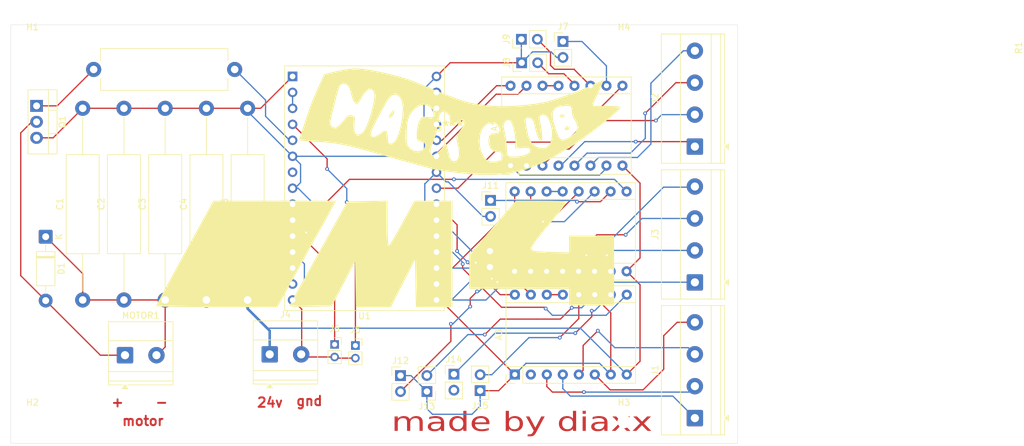
<source format=kicad_pcb>
(kicad_pcb (version 20241229) (generator "pcbnew") (generator_version "9.0")
  (layers (0 "F.Cu" signal) (2 "B.Cu" signal) (13 "F.Paste" user) (15 "B.Paste" user) (5 "F.SilkS" user "F.Silkscreen") (7 "B.SilkS" user "B.Silkscreen") (1 "F.Mask" user) (3 "B.Mask" user) (25 "Edge.Cuts" user))
  (net 0 "")
  (net 2 "Net-(A1-M0)")
  (net 3 "Net-(A1-A2)")
  (net 4 "+24V")
  (net 5 "Net-(A1-B1)")
  (net 6 "Net-(A1-M2)")
  (net 7 "GND")
  (net 8 "Net-(A1-~{RST})")
  (net 9 "Net-(A2-~{RST})")
  (net 10 "Net-(A1-B2)")
  (net 11 "Net-(A1-M1)")
  (net 12 "Net-(A1-A1)")
  (net 13 "Net-(A1-STEP)")
  (net 14 "Net-(A1-~{EN})")
  (net 15 "Net-(A1-DIR)")
  (net 16 "Net-(A2-B2)")
  (net 17 "Net-(A3-~{RST})")
  (net 18 "Net-(A2-B1)")
  (net 19 "Net-(A2-~{EN})")
  (net 20 "Net-(A2-M1)")
  (net 21 "Net-(A2-STEP)")
  (net 22 "Net-(A2-M2)")
  (net 23 "Net-(A2-A1)")
  (net 24 "Net-(A2-DIR)")
  (net 25 "Net-(A2-M0)")
  (net 26 "Net-(A2-A2)")
  (net 28 "Net-(A3-DIR)")
  (net 29 "Net-(A3-M2)")
  (net 30 "Net-(A3-A1)")
  (net 31 "Net-(A3-M1)")
  (net 32 "Net-(A3-B1)")
  (net 33 "Net-(A3-B2)")
  (net 34 "Net-(A3-STEP)")
  (net 35 "Net-(A3-A2)")
  (net 36 "Net-(A3-~{EN})")
  (net 37 "Net-(A3-M0)")
  (net 39 "Net-(D1-A)")
  (net 40 "Net-(Q1-G)")
  (net 41 "Net-(U1-IO3)")
  (net 42 "IO1")
  (net 43 "TX")
  (net 44 "RX")
  (net 45 "+5V")
  (net 46 "IO2")
  (net 47 "Net-(U1-3V3-Pad2)")
  (net 48 "IO0")
  (net 49 "RST")
  (footprint "Package_TO_SOT_THT:TO-220-3_Vertical" (layer "F.Cu") (at 159.4104 65.3542 -90)
    (property "Reference" "Q1")
    (property "Value" "IRLZ44N")
  )
  (footprint "TerminalBlock_Phoenix:TerminalBlock_Phoenix_MKDS-1,5-4-5.08_1x04_P5.08mm_Horizontal" (layer "F.Cu") (at 263.9822 115.0112 90)
    (property "Reference" "J1")
    (property "Value" "Screw_Terminal_01x04" (hide yes))
  )
  (footprint "Connector_PinHeader_2.54mm:PinHeader_1x02_P2.54mm_Vertical" (layer "F.Cu") (at 217.2208 108.2498)
    (property "Reference" "J12")
    (property "Value" "Conn_01x02_Pin")
  )
  (footprint "Connector_PinHeader_2.54mm:PinHeader_1x02_P2.54mm_Vertical" (layer "F.Cu") (at 221.4118 110.7744 180)
    (property "Reference" "J13")
    (property "Value" "Conn_01x02_Pin")
  )
  (footprint "MountingHole:MountingHole_2.1mm" (layer "F.Cu") (at 158.75 55.88)
    (property "Reference" "H1")
    (property "Value" "MountingHole")
  )
  (footprint "fori:dodo" (layer "F.Cu") (at 214.63 88.9)
    (property "Reference" "G***")
    (property "Value" "LOGO" (hide yes))
  )
  (footprint "Connector_PinHeader_2.54mm:PinHeader_1x02_P2.54mm_Vertical" (layer "F.Cu") (at 231.4194 90.9878 180)
    (property "Reference" "J10")
    (property "Value" "Conn_01x02_Pin")
  )
  (footprint "Connector_PinHeader_2.54mm:PinHeader_1x02_P2.54mm_Vertical" (layer "F.Cu") (at 236.4182 54.7624 90)
    (property "Reference" "J9")
    (property "Value" "Conn_01x02_Pin")
  )
  (footprint "TerminalBlock_Phoenix:TerminalBlock_Phoenix_MKDS-1,5-2_1x02_P5.00mm_Horizontal" (layer "F.Cu") (at 173.4566 105.0036)
    (property "Reference" "MOTOR1")
    (property "Value" "Screw_Terminal_01x02")
  )
  (footprint "Module:Pololu_Breakout-16_15.2x20.3mm" (layer "F.Cu") (at 235.3564 91.6686 90)
    (property "Reference" "A2")
    (property "Value" "Pololu_Breakout_DRV8825")
  )
  (footprint "Resistor_THT:R_Axial_DIN0516_L15.5mm_D5.0mm_P30.48mm_Horizontal" (layer "F.Cu") (at 173.2884 96.2202 90)
    (property "Reference" "C2")
    (property "Value" "100uF")
  )
  (footprint "MountingHole:MountingHole_2.1mm" (layer "F.Cu") (at 252.73 55.88)
    (property "Reference" "H4")
    (property "Value" "MountingHole")
  )
  (footprint "TerminalBlock_Phoenix:TerminalBlock_Phoenix_MKDS-1,5-2_1x02_P5.00mm_Horizontal" (layer "F.Cu") (at 196.4436 104.8713)
    (property "Reference" "J4")
    (property "Value" "Screw_Terminal_01x02")
  )
  (footprint "Resistor_THT:R_Axial_Power_L20.0mm_W6.4mm_P22.40mm" (layer "F.Cu") (at 168.4796 59.563)
    (property "Reference" "R1")
    (property "Value" "330")
  )
  (footprint "Connector_PinHeader_2.54mm:PinHeader_1x02_P2.54mm_Vertical" (layer "F.Cu") (at 243.0272 55.113)
    (property "Reference" "J7")
    (property "Value" "Conn_01x02_Pin")
  )
  (footprint "fori:hackclub" (layer "F.Cu") (at 224.79 68.58)
    (property "Reference" "G***")
    (property "Value" "LOGO" (hide yes))
  )
  (footprint "Module:Pololu_Breakout-16_15.2x20.3mm" (layer "F.Cu") (at 234.696 74.8538 90)
    (property "Reference" "A1")
    (property "Value" "Pololu_Breakout_DRV8825")
  )
  (footprint "Connector_PinHeader_2.54mm:PinHeader_1x02_P2.54mm_Vertical" (layer "F.Cu") (at 225.7044 108.0262)
    (property "Reference" "J14")
    (property "Value" "Conn_01x02_Pin")
  )
  (footprint "RF_Module:ESP32-C3-DevKitM-1" (layer "F.Cu") (at 200.0758 60.6716)
    (property "Reference" "U1")
    (property "Value" "ESP32-C3-DevKitM-1")
  )
  (footprint "Resistor_THT:R_Axial_DIN0516_L15.5mm_D5.0mm_P30.48mm_Horizontal" (layer "F.Cu") (at 179.8384 96.2202 90)
    (property "Reference" "C3")
    (property "Value" "100uF")
  )
  (footprint "MountingHole:MountingHole_2.1mm" (layer "F.Cu") (at 158.75 115.57)
    (property "Reference" "H2")
    (property "Value" "MountingHole")
  )
  (footprint "Module:Pololu_Breakout-16_15.2x20.3mm" (layer "F.Cu") (at 235.3818 108.077 90)
    (property "Reference" "A3")
    (property "Value" "Pololu_Breakout_DRV8825")
  )
  (footprint "Diode_THT:D_DO-41_SOD81_P10.16mm_Horizontal" (layer "F.Cu") (at 160.8582 86.1568 -90)
    (property "Reference" "D1")
    (property "Value" "1N5819")
  )
  (footprint "MountingHole:MountingHole_2.1mm" (layer "F.Cu") (at 252.73 115.57)
    (property "Reference" "H3")
    (property "Value" "MountingHole")
  )
  (footprint "Resistor_THT:R_Axial_DIN0516_L15.5mm_D5.0mm_P30.48mm_Horizontal" (layer "F.Cu") (at 166.7384 96.2202 90)
    (property "Reference" "C1")
    (property "Value" "100uF")
  )
  (footprint "TerminalBlock_Phoenix:TerminalBlock_Phoenix_MKDS-1,5-4-5.08_1x04_P5.08mm_Horizontal" (layer "F.Cu") (at 263.9822 71.8312 90)
    (property "Reference" "J2")
    (property "Value" "Screw_Terminal_01x04" (hide yes))
  )
  (footprint "Resistor_THT:R_Axial_DIN0516_L15.5mm_D5.0mm_P30.48mm_Horizontal" (layer "F.Cu") (at 192.9384 96.2202 90)
    (property "Reference" "C5")
    (property "Value" "100uF")
  )
  (footprint "Connector_PinHeader_2.54mm:PinHeader_1x02_P2.54mm_Vertical" (layer "F.Cu") (at 236.469 58.4962 90)
    (property "Reference" "J8")
    (property "Value" "Conn_01x02_Pin")
  )
  (footprint "Connector_PinSocket_2.00mm:PinSocket_1x02_P2.00mm_Vertical" (layer "F.Cu") (at 206.756 103.2924)
    (property "Reference" "J6")
    (property "Value" "Conn_01x02_Socket")
  )
  (footprint "Connector_PinSocket_2.00mm:PinSocket_1x02_P2.00mm_Vertical" (layer "F.Cu") (at 210.058 103.4702)
    (property "Reference" "J5")
    (property "Value" "Conn_01x02_Socket")
  )
  (footprint "Resistor_THT:R_Axial_DIN0516_L15.5mm_D5.0mm_P30.48mm_Horizontal" (layer "F.Cu") (at 186.3884 96.2202 90)
    (property "Reference" "C4")
    (property "Value" "100uF")
  )
  (footprint "Connector_PinHeader_2.54mm:PinHeader_1x02_P2.54mm_Vertical" (layer "F.Cu") (at 229.87 110.6474 180)
    (property "Reference" "J15")
    (property "Value" "Conn_01x02_Pin")
  )
  (footprint "Connector_PinHeader_2.54mm:PinHeader_1x02_P2.54mm_Vertical" (layer "F.Cu") (at 231.521 80.391)
    (property "Reference" "J11")
    (property "Value" "Conn_01x02_Pin")
  )
  (footprint "TerminalBlock_Phoenix:TerminalBlock_Phoenix_MKDS-1,5-4-5.08_1x04_P5.08mm_Horizontal" (layer "F.Cu") (at 263.9822 93.4212 90)
    (property "Reference" "J3")
    (property "Value" "Screw_Terminal_01x04" (hide yes))
  )
  (gr_rect (start 155.321 52.4764) (end 270.764 119.0244) (stroke (width 0.05)) (fill no) (layer "Edge.Cuts"))
  (gr_text "+" (at 171.1452 113.3602 0) (layer "F.Cu") (effects (font (size 1.5 1.5) (thickness 0.3) (bold yes)) (justify left bottom)))
  (gr_text "motor" (at 172.847 116.332 0) (layer "F.Cu") (effects (font (size 1.5 1.5) (thickness 0.3) (bold yes)) (justify left bottom)))
  (gr_text "gnd" (at 200.5076 113.157 0) (layer "F.Cu") (effects (font (size 1.5 1.5) (thickness 0.3) (bold yes)) (justify left bottom)))
  (gr_text "made by diaxx" (at 215.773 117.5512 0) (layer "F.Cu") (effects (font (size 3 4) (thickness 0.1875)) (justify left bottom)))
  (gr_text "-" (at 178.15 113.35 0) (layer "F.Cu") (effects (font (size 1.5 1.5) (thickness 0.3) (bold yes)) (justify left bottom)))
  (gr_text "24v" (at 194.2846 113.411 0) (layer "F.Cu") (effects (font (size 1.5 1.5) (thickness 0.3) (bold yes)) (justify left bottom)))
  (segment (start 246.0448 55.113) (end 249.936 59.0042) (width 0.2) (layer "B.Cu") (net 2))
  (segment (start 249.936 59.0042) (end 249.936 62.1538) (width 0.2) (layer "B.Cu") (net 2))
  (segment (start 243.0272 55.113) (end 246.0448 55.113) (width 0.2) (layer "B.Cu") (net 2))
  (segment (start 263.8806 67.2084) (end 263.8552 67.2338) (width 0.2) (layer "F.Cu") (net 3))
  (segment (start 248.539 67.691) (end 244.0178 72.2122) (width 0.2) (layer "F.Cu") (net 3))
  (segment (start 257.7846 67.691) (end 248.539 67.691) (width 0.2) (layer "F.Cu") (net 3))
  (segment (start 242.4176 72.2122) (end 239.776 74.8538) (width 0.2) (layer "F.Cu") (net 3))
  (segment (start 244.0178 72.2122) (end 242.4176 72.2122) (width 0.2) (layer "F.Cu") (net 3))
  (via (at 257.7846 67.691) (size 0.6) (drill 0.3) (layers "F.Cu" "B.Cu") (net 3))
  (segment (start 258.7244 66.7512) (end 257.7846 67.691) (width 0.2) (layer "B.Cu") (net 3))
  (segment (start 239.8522 74.8538) (end 239.776 74.8538) (width 0.2) (layer "B.Cu") (net 3))
  (segment (start 263.9822 66.7512) (end 258.7244 66.7512) (width 0.2) (layer "B.Cu") (net 3))
  (segment (start 255.27 77.6478) (end 255.27 89.535) (width 0.2) (layer "F.Cu") (net 4))
  (segment (start 255.27 105.9688) (end 253.1618 108.077) (width 0.2) (layer "F.Cu") (net 4))
  (segment (start 178.5366 105.0036) (end 179.8384 103.7018) (width 0.2) (layer "F.Cu") (net 4))
  (segment (start 253.1364 91.6686) (end 255.27 93.8022) (width 0.2) (layer "F.Cu") (net 4))
  (segment (start 179.8384 103.7018) (end 179.8384 96.2202) (width 0.2) (layer "F.Cu") (net 4))
  (segment (start 166.7384 92.037) (end 160.8582 86.1568) (width 0.2) (layer "F.Cu") (net 4))
  (segment (start 255.27 89.535) (end 253.1364 91.6686) (width 0.2) (layer "F.Cu") (net 4))
  (segment (start 166.7384 96.2202) (end 166.7384 92.037) (width 0.2) (layer "F.Cu") (net 4))
  (segment (start 252.476 74.8538) (end 255.27 77.6478) (width 0.2) (layer "F.Cu") (net 4))
  (segment (start 192.9384 96.2202) (end 166.7384 96.2202) (width 0.2) (layer "F.Cu") (net 4))
  (segment (start 255.27 93.8022) (end 255.27 105.9688) (width 0.2) (layer "F.Cu") (net 4))
  (segment (start 192.9384 97.6122) (end 192.9384 96.2202) (width 0.4) (layer "B.Cu") (net 4))
  (segment (start 195.7959 100.4697) (end 192.9384 97.6122) (width 0.4) (layer "B.Cu") (net 4))
  (segment (start 196.4436 101.1174) (end 195.7959 100.4697) (width 0.4) (layer "B.Cu") (net 4))
  (segment (start 245.7958 100.711) (end 196.0372 100.711) (width 0.2) (layer "B.Cu") (net 4))
  (segment (start 196.4436 104.8713) (end 196.4436 101.1174) (width 0.4) (layer "B.Cu") (net 4))
  (segment (start 196.0372 100.711) (end 195.7959 100.4697) (width 0.2) (layer "B.Cu") (net 4))
  (segment (start 253.1618 108.077) (end 245.7958 100.711) (width 0.2) (layer "B.Cu") (net 4))
  (segment (start 256.0828 66.548) (end 260.9596 61.6712) (width 0.2) (layer "F.Cu") (net 5))
  (segment (start 260.9596 61.6712) (end 263.9822 61.6712) (width 0.2) (layer "F.Cu") (net 5))
  (via (at 256.0828 66.548) (size 0.6) (drill 0.3) (layers "F.Cu" "B.Cu") (net 5))
  (segment (start 244.856 74.8538) (end 246.8372 72.8726) (width 0.2) (layer "B.Cu") (net 5))
  (segment (start 256.1082 70.5104) (end 256.1082 66.5734) (width 0.2) (layer "B.Cu") (net 5))
  (segment (start 253.746 72.8726) (end 256.1082 70.5104) (width 0.2) (layer "B.Cu") (net 5))
  (segment (start 247.9802 72.8726) (end 253.746 72.8726) (width 0.2) (layer "B.Cu") (net 5))
  (segment (start 246.8372 72.8726) (end 247.9802 72.8726) (width 0.2) (layer "B.Cu") (net 5))
  (segment (start 256.1082 66.5734) (end 256.0828 66.548) (width 0.2) (layer "B.Cu") (net 5))
  (segment (start 239.009 58.4962) (end 240.7616 60.2488) (width 0.2) (layer "F.Cu") (net 6))
  (segment (start 240.7616 60.2488) (end 243.1796 60.2488) (width 0.2) (layer "F.Cu") (net 6))
  (segment (start 243.1796 60.2488) (end 244.856 61.9252) (width 0.2) (layer "F.Cu") (net 6))
  (segment (start 244.856 61.9252) (end 244.856 62.1538) (width 0.2) (layer "F.Cu") (net 6))
  (segment (start 222.9358 96.2316) (end 223.5364 96.2316) (width 0.2) (layer "F.Cu") (net 7))
  (segment (start 206.756 105.2924) (end 201.8647 105.2924) (width 0.2) (layer "F.Cu") (net 7))
  (segment (start 162.0444 70.4342) (end 166.7384 65.7402) (width 0.2) (layer "F.Cu") (net 7))
  (segment (start 195.0072 65.7402) (end 200.0758 60.6716) (width 0.2) (layer "F.Cu") (net 7))
  (segment (start 232.8114 110.6474) (end 235.3818 108.077) (width 0.2) (layer "F.Cu") (net 7))
  (segment (start 236.469 58.4962) (end 225.1112 58.4962) (width 0.2) (layer "F.Cu") (net 7))
  (segment (start 229.87 110.6474) (end 232.8114 110.6474) (width 0.2) (layer "F.Cu") (net 7))
  (segment (start 159.4104 70.4342) (end 162.0444 70.4342) (width 0.2) (layer "F.Cu") (net 7))
  (segment (start 192.9384 65.7402) (end 195.0072 65.7402) (width 0.2) (layer "F.Cu") (net 7))
  (segment (start 201.5236 97.6794) (end 200.0758 96.2316) (width 0.2) (layer "F.Cu") (net 7))
  (segment (start 250.6218 98.2726) (end 249.4026 97.0534) (width 0.2) (layer "F.Cu") (net 7))
  (segment (start 223.5364 96.2316) (end 235.3818 108.077) (width 0.2) (layer "F.Cu") (net 7))
  (segment (start 201.5236 104.8713) (end 201.5236 97.6794) (width 0.2) (layer "F.Cu") (net 7))
  (segment (start 250.6218 108.077) (end 250.6218 98.2726) (width 0.2) (layer "F.Cu") (net 7))
  (segment (start 225.1112 58.4962) (end 222.9358 60.6716) (width 0.2) (layer "F.Cu") (net 7))
  (segment (start 210.058 105.4702) (end 206.9338 105.4702) (width 0.2) (layer "F.Cu") (net 7))
  (segment (start 166.7384 65.7402) (end 192.9384 65.7402) (width 0.2) (layer "F.Cu") (net 7))
  (segment (start 206.9338 105.4702) (end 206.756 105.2924) (width 0.2) (layer "F.Cu") (net 7))
  (segment (start 249.4026 97.0534) (end 249.4026 92.8624) (width 0.2) (layer "F.Cu") (net 7))
  (segment (start 201.8647 105.2924) (end 201.4436 104.8713) (width 0.2) (layer "F.Cu") (net 7))
  (segment (start 249.4026 92.8624) (end 250.5964 91.6686) (width 0.2) (layer "F.Cu") (net 7))
  (segment (start 222.9358 75.9116) (end 221.0308 74.0066) (width 0.2) (layer "B.Cu") (net 7))
  (segment (start 221.2594 94.5552) (end 221.2594 90.043) (width 0.2) (layer "B.Cu") (net 7))
  (segment (start 221.2594 90.043) (end 221.5044 90.043) (width 0.2) (layer "B.Cu") (net 7))
  (segment (start 203.2762 85.4112) (end 203.2762 80.772) (width 0.2) (layer "B.Cu") (net 7))
  (segment (start 222.3008 114.4016) (end 228.5746 114.4016) (width 0.2) (layer "B.Cu") (net 7))
  (segment (start 221.0816 77.724) (end 221.1234 77.724) (width 0.2) (layer "B.Cu") (net 7))
  (segment (start 200.0758 96.2316) (end 201.9554 94.352) (width 0.2) (layer "B.Cu") (net 7))
  (segment (start 201.9554 90.4912) (end 200.0758 88.6116) (width 0.2) (layer "B.Cu") (net 7))
  (segment (start 230.3018 82.931) (end 224.8064 77.4356) (width 0.2) (layer "B.Cu") (net 7))
  (segment (start 221.0308 70.1966) (end 222.9358 68.2916) (width 0.2) (layer "B.Cu") (net 7))
  (segment (start 230.7934 96.2316) (end 225.3234 96.2316) (width 0.2) (layer "B.Cu") (net 7))
  (segment (start 200.0758 73.3716) (end 192.9384 66.2342) (width 0.2) (layer "B.Cu") (net 7))
  (segment (start 221.4118 113.5126) (end 222.3008 114.4016) (width 0.2) (layer "B.Cu") (net 7))
  (segment (start 221.4118 110.7744) (end 221.4118 113.5126) (width 0.2) (layer "B.Cu") (net 7))
  (segment (start 220.9546 67.4116) (end 221.8346 68.2916) (width 0.2) (layer "B.Cu") (net 7))
  (segment (start 248.8438 76.3524) (end 249.936 75.2602) (width 0.2) (layer "B.Cu") (net 7))
  (segment (start 221.8346 68.2916) (end 222.9358 68.2916) (width 0.2) (layer "B.Cu") (net 7))
  (segment (start 222.9358 96.2316) (end 221.2594 94.5552) (width 0.2) (layer "B.Cu") (net 7))
  (segment (start 201.3458 77.5462) (end 200.4404 78.4516) (width 0.2) (layer "B.Cu") (net 7))
  (segment (start 236.4182 58.4454) (end 236.469 58.4962) (width 0.2) (layer "B.Cu") (net 7))
  (segment (start 220.3958 73.3716) (end 200.0758 73.3716) (width 0.2) (layer "B.Cu") (net 7))
  (segment (start 221.1234 77.724) (end 222.9358 75.9116) (width 0.2) (layer "B.Cu") (net 7))
  (segment (start 250.6218 108.077) (end 248.8438 106.299) (width 0.2) (layer "B.Cu") (net 7))
  (segment (start 221.0816 86.7574) (end 221.0816 77.724) (width 0.2) (layer "B.Cu") (net 7))
  (segment (start 243.0272 57.653) (end 242.0316 57.653) (width 0.2) (layer "B.Cu") (net 7))
  (segment (start 248.8438 106.299) (end 237.109 106.299) (width 0.2) (layer "B.Cu") (net 7))
  (segment (start 241.1476 56.769) (end 238.1962 56.769) (width 0.2) (layer "B.Cu") (net 7))
  (segment (start 201.9554 94.352) (end 201.9554 90.4912) (width 0.2) (layer "B.Cu") (net 7))
  (segment (start 242.0316 57.653) (end 241.1476 56.769) (width 0.2) (layer "B.Cu") (net 7))
  (segment (start 231.4194 90.9878) (end 230.5672 90.9878) (width 0.2) (layer "B.Cu") (net 7))
  (segment (start 221.5044 90.043) (end 222.9358 88.6116) (width 0.2) (layer "B.Cu") (net 7))
  (segment (start 234.696 74.8538) (end 236.1946 76.3524) (width 0.2) (layer "B.Cu") (net 7))
  (segment (start 230.5672 90.9878) (end 225.3234 96.2316) (width 0.2) (layer "B.Cu") (net 7))
  (segment (start 236.4182 54.7624) (end 236.4182 58.4454) (width 0.2) (layer "B.Cu") (net 7))
  (segment (start 234.696 74.8538) (end 223.9936 74.8538) (width 0.2) (layer "B.Cu") (net 7))
  (segment (start 217.2208 108.2498) (end 218.8872 108.2498) (width 0.2) (layer "B.Cu") (net 7))
  (segment (start 200.0758 88.6116) (end 203.2762 85.4112) (width 0.2) (layer "B.Cu") (net 7))
  (segment (start 200.9558 78.4516) (end 200.0758 78.4516) (width 0.2) (layer "B.Cu") (net 7))
  (segment (start 222.9358 88.6116) (end 221.0816 86.7574) (width 0.2) (layer "B.Cu") (net 7))
  (segment (start 201.3458 74.6416) (end 201.3458 77.5462) (width 0.2) (layer "B.Cu") (net 7))
  (segment (start 231.521 82.931) (end 230.3018 82.931) (width 0.2) (layer "B.Cu") (net 7))
  (segment (start 224.4598 77.4356) (end 222.9358 75.9116) (width 0.2) (layer "B.Cu") (net 7))
  (segment (start 229.87 113.1062) (end 229.87 110.6474) (width 0.2) (layer "B.Cu") (net 7))
  (segment (start 249.936 75.2602) (end 249.936 74.8538) (width 0.2) (layer "B.Cu") (net 7))
  (segment (start 223.9936 74.8538) (end 222.9358 75.9116) (width 0.2) (layer "B.Cu") (net 7))
  (segment (start 236.1946 76.3524) (end 248.8438 76.3524) (width 0.2) (layer "B.Cu") (net 7))
  (segment (start 237.109 106.299) (end 237.109 106.3498) (width 0.2) (layer "B.Cu") (net 7))
  (segment (start 228.5746 114.4016) (end 229.87 113.1062) (width 0.2) (layer "B.Cu") (net 7))
  (segment (start 192.9384 66.2342) (end 192.9384 65.7402) (width 0.2) (layer "B.Cu") (net 7))
  (segment (start 220.9546 62.6528) (end 220.9546 67.4116) (width 0.2) (layer "B.Cu") (net 7))
  (segment (start 200.0758 73.3716) (end 201.3458 74.6416) (width 0.2) (layer "B.Cu") (net 7))
  (segment (start 222.9358 60.6716) (end 220.9546 62.6528) (width 0.2) (layer "B.Cu") (net 7))
  (segment (start 218.8872 108.2498) (end 221.4118 110.7744) (width 0.2) (layer "B.Cu") (net 7))
  (segment (start 203.2762 80.772) (end 200.9558 78.4516) (width 0.2) (layer "B.Cu") (net 7))
  (segment (start 235.3564 91.6686) (end 230.7934 96.2316) (width 0.2) (layer "B.Cu") (net 7))
  (segment (start 200.4404 78.4516) (end 200.0758 78.4516) (width 0.2) (layer "B.Cu") (net 7))
  (segment (start 237.109 106.3498) (end 235.3818 108.077) (width 0.2) (layer "B.Cu") (net 7))
  (segment (start 224.8064 77.4356) (end 224.4598 77.4356) (width 0.2) (layer "B.Cu") (net 7))
  (segment (start 225.3234 96.2316) (end 222.9358 96.2316) (width 0.2) (layer "B.Cu") (net 7))
  (segment (start 221.0308 74.0066) (end 221.0308 70.1966) (width 0.2) (layer "B.Cu") (net 7))
  (segment (start 238.1962 56.769) (end 236.469 58.4962) (width 0.2) (layer "B.Cu") (net 7))
  (segment (start 222.9358 75.9116) (end 220.3958 73.3716) (width 0.2) (layer "B.Cu") (net 7))
  (segment (start 239.776 62.1538) (end 242.316 62.1538) (width 0.2) (layer "F.Cu") (net 8))
  (segment (start 240.4364 78.9686) (end 242.9764 78.9686) (width 0.2) (layer "B.Cu") (net 9))
  (segment (start 254.8636 73.5584) (end 256.9972 71.4248) (width 0.2) (layer "B.Cu") (net 10))
  (segment (start 247.396 74.8538) (end 248.6914 73.5584) (width 0.2) (layer "B.Cu") (net 10))
  (segment (start 256.9972 71.4248) (end 256.9972 61.7474) (width 0.2) (layer "B.Cu") (net 10))
  (segment (start 248.6914 73.5584) (end 254.8636 73.5584) (width 0.2) (layer "B.Cu") (net 10))
  (segment (start 256.9972 61.7474) (end 262.1534 56.5912) (width 0.2) (layer "B.Cu") (net 10))
  (segment (start 262.1534 56.5912) (end 263.9822 56.5912) (width 0.2) (layer "B.Cu") (net 10))
  (segment (start 241.681 59.5376) (end 244.856 59.5376) (width 0.2) (layer "F.Cu") (net 11))
  (segment (start 244.856 59.5376) (end 244.856 59.6138) (width 0.2) (layer "F.Cu") (net 11))
  (segment (start 241.046 56.8502) (end 241.046 58.9026) (width 0.2) (layer "F.Cu") (net 11))
  (segment (start 241.046 58.9026) (end 241.681 59.5376) (width 0.2) (layer "F.Cu") (net 11))
  (segment (start 238.9582 54.7624) (end 241.046 56.8502) (width 0.2) (layer "F.Cu") (net 11))
  (segment (start 244.856 59.6138) (end 247.396 62.1538) (width 0.2) (layer "F.Cu") (net 11))
  (segment (start 254.5842 71.0438) (end 263.1948 71.0438) (width 0.2) (layer "F.Cu") (net 12))
  (segment (start 263.1948 71.0438) (end 263.9822 71.8312) (width 0.2) (layer "F.Cu") (net 12))
  (via (at 254.5842 71.0438) (size 0.6) (drill 0.3) (layers "F.Cu" "B.Cu") (net 12))
  (segment (start 242.316 74.8538) (end 242.6716 74.8538) (width 0.2) (layer "B.Cu") (net 12))
  (segment (start 242.6716 74.8538) (end 245.5672 71.9582) (width 0.2) (layer "B.Cu") (net 12))
  (segment (start 245.5672 71.9582) (end 246.4816 71.0438) (width 0.2) (layer "B.Cu") (net 12))
  (segment (start 246.4816 71.0438) (end 254.5842 71.0438) (width 0.2) (layer "B.Cu") (net 12))
  (segment (start 222.9358 72.9742) (end 222.9358 73.3716) (width 0.2) (layer "F.Cu") (net 13))
  (segment (start 237.236 62.1538) (end 235.8898 63.5) (width 0.2) (layer "F.Cu") (net 13))
  (segment (start 235.8898 63.5) (end 232.41 63.5) (width 0.2) (layer "F.Cu") (net 13))
  (segment (start 232.41 63.5) (end 222.9358 72.9742) (width 0.2) (layer "F.Cu") (net 13))
  (segment (start 243.5098 71.12) (end 233.68 71.12) (width 0.2) (layer "F.Cu") (net 14))
  (segment (start 252.476 62.1538) (end 243.5098 71.12) (width 0.2) (layer "F.Cu") (net 14))
  (segment (start 226.3484 78.4516) (end 222.9358 78.4516) (width 0.2) (layer "F.Cu") (net 14))
  (segment (start 233.68 71.12) (end 226.3484 78.4516) (width 0.2) (layer "F.Cu") (net 14))
  (segment (start 222.9358 70.8316) (end 223.8084 70.8316) (width 0.2) (layer "F.Cu") (net 15))
  (segment (start 223.8084 70.8316) (end 232.4862 62.1538) (width 0.2) (layer "F.Cu") (net 15))
  (segment (start 232.4862 62.1538) (end 234.696 62.1538) (width 0.2) (layer "F.Cu") (net 15))
  (segment (start 263.8806 78.2828) (end 263.9822 78.1812) (width 0.2) (layer "B.Cu") (net 16))
  (segment (start 259.0038 78.2828) (end 263.8806 78.2828) (width 0.2) (layer "B.Cu") (net 16))
  (segment (start 248.0564 89.2302) (end 259.0038 78.2828) (width 0.2) (layer "B.Cu") (net 16))
  (segment (start 248.0564 91.6686) (end 248.0564 89.2302) (width 0.2) (layer "B.Cu") (net 16))
  (segment (start 240.4618 95.377) (end 243.0018 95.377) (width 0.2) (layer "F.Cu") (net 17))
  (segment (start 245.5164 88.7476) (end 245.5164 91.6686) (width 0.2) (layer "F.Cu") (net 18))
  (segment (start 248.412 85.852) (end 245.5164 88.7476) (width 0.2) (layer "F.Cu") (net 18))
  (segment (start 252.984 85.852) (end 248.412 85.852) (width 0.2) (layer "F.Cu") (net 18))
  (via (at 252.984 85.852) (size 0.6) (drill 0.3) (layers "F.Cu" "B.Cu") (net 18))
  (segment (start 263.9822 83.2612) (end 255.5748 83.2612) (width 0.2) (layer "B.Cu") (net 18))
  (segment (start 255.5748 83.2612) (end 252.984 85.852) (width 0.2) (layer "B.Cu") (net 18))
  (segment (start 245.5164 90.932) (end 245.5164 91.6686) (width 0.2) (layer "B.Cu") (net 18))
  (segment (start 209.1092 77.0382) (end 200.0758 86.0716) (width 0.2) (layer "F.Cu") (net 19))
  (segment (start 225.7044 77.0382) (end 209.1092 77.0382) (width 0.2) (layer "F.Cu") (net 19))
  (via (at 225.7044 77.0382) (size 0.6) (drill 0.3) (layers "F.Cu" "B.Cu") (net 19))
  (segment (start 251.206 77.0382) (end 225.7044 77.0382) (width 0.2) (layer "B.Cu") (net 19))
  (segment (start 253.1364 78.9686) (end 251.206 77.0382) (width 0.2) (layer "B.Cu") (net 19))
  (segment (start 234.4116 88.4478) (end 239.0902 83.7692) (width 0.2) (layer "F.Cu") (net 20))
  (segment (start 239.0902 83.7692) (end 239.8776 83.7692) (width 0.2) (layer "F.Cu") (net 20))
  (segment (start 231.4194 88.4478) (end 234.4116 88.4478) (width 0.2) (layer "F.Cu") (net 20))
  (via (at 239.8776 83.7692) (size 0.6) (drill 0.3) (layers "F.Cu" "B.Cu") (net 20))
  (segment (start 243.2558 83.7692) (end 248.0564 78.9686) (width 0.2) (layer "B.Cu") (net 20))
  (segment (start 239.8776 83.7692) (end 243.2558 83.7692) (width 0.2) (layer "B.Cu") (net 20))
  (segment (start 229.616 89.8652) (end 229.616 87.63) (width 0.2) (layer "F.Cu") (net 21))
  (segment (start 229.1842 90.297) (end 229.616 89.8652) (width 0.2) (layer "F.Cu") (net 21))
  (segment (start 237.8964 78.9686) (end 237.8964 83.0834) (width 0.2) (layer "F.Cu") (net 21))
  (segment (start 230.505 86.741) (end 234.2388 86.741) (width 0.2) (layer "F.Cu") (net 21))
  (segment (start 237.8964 83.0834) (end 234.2388 86.741) (width 0.2) (layer "F.Cu") (net 21))
  (segment (start 229.616 87.63) (end 230.505 86.741) (width 0.2) (layer "F.Cu") (net 21))
  (via (at 229.1842 90.297) (size 0.6) (drill 0.3) (layers "F.Cu" "B.Cu") (net 21))
  (segment (start 228.3296 91.1516) (end 222.9358 91.1516) (width 0.2) (layer "B.Cu") (net 21))
  (segment (start 229.1842 90.297) (end 228.3296 91.1516) (width 0.2) (layer "B.Cu") (net 21))
  (segment (start 231.7242 92.837) (end 245.5164 79.0448) (width 0.2) (layer "F.Cu") (net 22))
  (segment (start 225.2218 102.7888) (end 225.2218 100.0252) (width 0.2) (layer "F.Cu") (net 22))
  (segment (start 228.2952 97.2566) (end 228.2952 95.9612) (width 0.2) (layer "F.Cu") (net 22))
  (segment (start 228.2952 95.9612) (end 229.3874 94.869) (width 0.2) (layer "F.Cu") (net 22))
  (segment (start 245.5164 79.0448) (end 245.5164 78.9686) (width 0.2) (layer "F.Cu") (net 22))
  (segment (start 217.2208 110.7898) (end 225.2218 102.7888) (width 0.2) (layer "F.Cu") (net 22))
  (via (at 225.2218 100.0252) (size 0.6) (drill 0.3) (layers "F.Cu" "B.Cu") (net 22))
  (via (at 228.2952 97.2566) (size 0.6) (drill 0.3) (layers "F.Cu" "B.Cu") (net 22))
  (via (at 231.7242 92.837) (size 0.6) (drill 0.3) (layers "F.Cu" "B.Cu") (net 22))
  (via (at 229.3874 94.869) (size 0.6) (drill 0.3) (layers "F.Cu" "B.Cu") (net 22))
  (segment (start 229.6922 94.869) (end 231.7242 92.837) (width 0.2) (layer "B.Cu") (net 22))
  (segment (start 225.5266 100.0252) (end 228.2952 97.2566) (width 0.2) (layer "B.Cu") (net 22))
  (segment (start 229.3874 94.869) (end 229.6922 94.869) (width 0.2) (layer "B.Cu") (net 22))
  (segment (start 225.2218 100.0252) (end 225.5266 100.0252) (width 0.2) (layer "B.Cu") (net 22))
  (segment (start 242.9764 91.0336) (end 242.9764 91.6686) (width 0.2) (layer "F.Cu") (net 23))
  (segment (start 242.9764 92.2274) (end 242.9764 91.6686) (width 0.2) (layer "B.Cu") (net 23))
  (segment (start 263.9568 93.3958) (end 244.1448 93.3958) (width 0.2) (layer "B.Cu") (net 23))
  (segment (start 244.1448 93.3958) (end 242.9764 92.2274) (width 0.2) (layer "B.Cu") (net 23))
  (segment (start 263.9822 93.4212) (end 263.9568 93.3958) (width 0.2) (layer "B.Cu") (net 23))
  (segment (start 235.3564 78.9686) (end 235.3564 81.271) (width 0.2) (layer "F.Cu") (net 24))
  (segment (start 235.3564 81.271) (end 222.9358 93.6916) (width 0.2) (layer "F.Cu") (net 24))
  (segment (start 245.2624 80.5942) (end 248.9708 80.5942) (width 0.2) (layer "F.Cu") (net 25))
  (segment (start 248.9708 80.5942) (end 250.5964 78.9686) (width 0.2) (layer "F.Cu") (net 25))
  (via (at 245.2624 80.5942) (size 0.6) (drill 0.3) (layers "F.Cu" "B.Cu") (net 25))
  (segment (start 231.521 80.391) (end 245.0592 80.391) (width 0.2) (layer "B.Cu") (net 25))
  (segment (start 245.0592 80.391) (end 245.2624 80.5942) (width 0.2) (layer "B.Cu") (net 25))
  (segment (start 246.761 89.1286) (end 246.7356 89.1032) (width 0.2) (layer "F.Cu") (net 26))
  (segment (start 250.0122 89.1286) (end 246.761 89.1286) (width 0.2) (layer "F.Cu") (net 26))
  (via (at 250.0122 89.1286) (size 0.6) (drill 0.3) (layers "F.Cu" "B.Cu") (net 26))
  (via (at 246.7356 89.1032) (size 0.6) (drill 0.3) (layers "F.Cu" "B.Cu") (net 26))
  (segment (start 243.0018 89.1032) (end 240.4364 91.6686) (width 0.2) (layer "B.Cu") (net 26))
  (segment (start 250.7996 88.3412) (end 250.0122 89.1286) (width 0.2) (layer "B.Cu") (net 26))
  (segment (start 246.7356 89.1032) (end 243.0018 89.1032) (width 0.2) (layer "B.Cu") (net 26))
  (segment (start 263.9822 88.3412) (end 250.7996 88.3412) (width 0.2) (layer "B.Cu") (net 26))
  (segment (start 226.2124 84.2682) (end 222.9358 80.9916) (width 0.2) (layer "F.Cu") (net 28))
  (segment (start 226.2124 88.4428) (end 226.2124 84.2682) (width 0.2) (layer "F.Cu") (net 28))
  (segment (start 233.045 95.377) (end 227.8888 90.2208) (width 0.2) (layer "F.Cu") (net 28))
  (segment (start 235.3818 95.377) (end 233.045 95.377) (width 0.2) (layer "F.Cu") (net 28))
  (via (at 227.8888 90.2208) (size 0.6) (drill 0.3) (layers "F.Cu" "B.Cu") (net 28))
  (via (at 226.2124 88.4428) (size 0.6) (drill 0.3) (layers "F.Cu" "B.Cu") (net 28))
  (segment (start 227.8888 90.2208) (end 226.2124 88.5444) (width 0.2) (layer "B.Cu") (net 28))
  (segment (start 226.2124 88.5444) (end 226.2124 88.4428) (width 0.2) (layer "B.Cu") (net 28))
  (segment (start 242.5192 102.2096) (end 245.5418 99.187) (width 0.2) (layer "F.Cu") (net 29))
  (segment (start 245.5418 99.187) (end 245.5418 95.377) (width 0.2) (layer "F.Cu") (net 29))
  (via (at 242.5192 102.2096) (size 0.6) (drill 0.3) (layers "F.Cu" "B.Cu") (net 29))
  (segment (start 242.2652 102.2096) (end 242.5192 102.2096) (width 0.2) (layer "B.Cu") (net 29))
  (segment (start 237.617 102.2096) (end 242.2652 102.2096) (width 0.2) (layer "B.Cu") (net 29))
  (segment (start 229.87 108.1074) (end 231.7192 108.1074) (width 0.2) (layer "B.Cu") (net 29))
  (segment (start 231.7192 108.1074) (end 237.2106 102.616) (width 0.2) (layer "B.Cu") (net 29))
  (segment (start 237.2106 102.616) (end 237.617 102.2096) (width 0.2) (layer "B.Cu") (net 29))
  (segment (start 263.9822 115.0112) (end 260.477 111.506) (width 0.2) (layer "B.Cu") (net 30))
  (segment (start 244.1956 111.506) (end 243.0018 110.3122) (width 0.2) (layer "B.Cu") (net 30))
  (segment (start 243.0018 110.3122) (end 243.0018 108.077) (width 0.2) (layer "B.Cu") (net 30))
  (segment (start 260.477 111.506) (end 244.1956 111.506) (width 0.2) (layer "B.Cu") (net 30))
  (segment (start 233.0704 99.2632) (end 238.7854 99.2632) (width 0.2) (layer "F.Cu") (net 31))
  (segment (start 238.7854 99.2632) (end 242.6208 99.2632) (width 0.2) (layer "F.Cu") (net 31))
  (segment (start 242.6208 99.2632) (end 244.4242 97.4598) (width 0.2) (layer "F.Cu") (net 31))
  (segment (start 230.6066 101.727) (end 233.0704 99.2632) (width 0.2) (layer "F.Cu") (net 31))
  (via (at 230.6066 101.727) (size 0.6) (drill 0.3) (layers "F.Cu" "B.Cu") (net 31))
  (via (at 244.4242 97.4598) (size 0.6) (drill 0.3) (layers "F.Cu" "B.Cu") (net 31))
  (segment (start 221.4118 108.2344) (end 227.9192 101.727) (width 0.2) (layer "B.Cu") (net 31))
  (segment (start 227.9192 101.727) (end 230.6066 101.727) (width 0.2) (layer "B.Cu") (net 31))
  (segment (start 245.999 97.4598) (end 248.0818 95.377) (width 0.2) (layer "B.Cu") (net 31))
  (segment (start 244.4242 97.4598) (end 245.999 97.4598) (width 0.2) (layer "B.Cu") (net 31))
  (segment (start 248.5644 101.1174) (end 246.2276 103.4542) (width 0.2) (layer "F.Cu") (net 32))
  (segment (start 246.2276 103.4542) (end 246.2276 107.3912) (width 0.2) (layer "F.Cu") (net 32))
  (segment (start 246.2276 107.3912) (end 245.5418 108.077) (width 0.2) (layer "F.Cu") (net 32))
  (via (at 248.5644 101.1174) (size 0.6) (drill 0.3) (layers "F.Cu" "B.Cu") (net 32))
  (segment (start 248.5644 101.1174) (end 251.2568 103.8098) (width 0.2) (layer "B.Cu") (net 32))
  (segment (start 251.2568 103.8098) (end 262.9408 103.8098) (width 0.2) (layer "B.Cu") (net 32))
  (segment (start 262.9408 103.8098) (end 263.9822 104.8512) (width 0.2) (layer "B.Cu") (net 32))
  (segment (start 259.0292 107.2388) (end 259.0292 101.9048) (width 0.2) (layer "F.Cu") (net 33))
  (segment (start 250.5202 110.5154) (end 255.7526 110.5154) (width 0.2) (layer "F.Cu") (net 33))
  (segment (start 259.0292 101.9048) (end 261.1628 99.7712) (width 0.2) (layer "F.Cu") (net 33))
  (segment (start 261.1628 99.7712) (end 263.9822 99.7712) (width 0.2) (layer "F.Cu") (net 33))
  (segment (start 255.7526 110.5154) (end 259.0292 107.2388) (width 0.2) (layer "F.Cu") (net 33))
  (segment (start 248.0818 108.077) (end 250.5202 110.5154) (width 0.2) (layer "F.Cu") (net 33))
  (segment (start 232.5878 93.3704) (end 235.9152 93.3704) (width 0.2) (layer "F.Cu") (net 34))
  (segment (start 235.9152 93.3704) (end 237.9218 95.377) (width 0.2) (layer "F.Cu") (net 34))
  (via (at 232.5878 93.3704) (size 0.6) (drill 0.3) (layers "F.Cu" "B.Cu") (net 34))
  (segment (start 233.4514 92.5068) (end 232.5878 93.3704) (width 0.2) (layer "B.Cu") (net 34))
  (segment (start 223.638 83.5316) (end 229.8446 89.7382) (width 0.2) (layer "B.Cu") (net 34))
  (segment (start 222.9358 83.5316) (end 223.638 83.5316) (width 0.2) (layer "B.Cu") (net 34))
  (segment (start 229.8446 89.7382) (end 233.4514 89.7382) (width 0.2) (layer "B.Cu") (net 34))
  (segment (start 233.4514 89.7382) (end 233.4514 92.5068) (width 0.2) (layer "B.Cu") (net 34))
  (segment (start 240.4618 109.982) (end 240.4618 108.077) (width 0.2) (layer "F.Cu") (net 35))
  (segment (start 246.3546 110.871) (end 241.3508 110.871) (width 0.2) (layer "F.Cu") (net 35))
  (segment (start 241.3508 110.871) (end 240.4618 109.982) (width 0.2) (layer "F.Cu") (net 35))
  (segment (start 240.9444 108.5596) (end 240.4618 108.077) (width 0.2) (layer "F.Cu") (net 35))
  (via (at 246.3546 110.871) (size 0.6) (drill 0.3) (layers "F.Cu" "B.Cu") (net 35))
  (segment (start 263.0424 110.871) (end 263.9822 109.9312) (width 0.2) (layer "B.Cu") (net 35))
  (segment (start 246.3546 110.871) (end 263.0424 110.871) (width 0.2) (layer "B.Cu") (net 35))
  (segment (start 227.1014 90.5002) (end 227.1014 91.2114) (width 0.2) (layer "F.Cu") (net 36))
  (segment (start 240.0808 97.3836) (end 240.284 97.5868) (width 0.2) (layer "F.Cu") (net 36))
  (segment (start 233.2736 97.3836) (end 240.0808 97.3836) (width 0.2) (layer "F.Cu") (net 36))
  (segment (start 227.1014 91.2114) (end 233.2736 97.3836) (width 0.2) (layer "F.Cu") (net 36))
  (via (at 240.284 97.5868) (size 0.6) (drill 0.3) (layers "F.Cu" "B.Cu") (net 36))
  (via (at 227.1014 90.5002) (size 0.6) (drill 0.3) (layers "F.Cu" "B.Cu") (net 36))
  (segment (start 227.1014 90.2372) (end 227.1014 90.5002) (width 0.2) (layer "B.Cu") (net 36))
  (segment (start 222.9358 86.0716) (end 227.1014 90.2372) (width 0.2) (layer "B.Cu") (net 36))
  (segment (start 249.8852 98.6536) (end 253.1618 95.377) (width 0.2) (layer "B.Cu") (net 36))
  (segment (start 240.284 97.5868) (end 241.3508 98.6536) (width 0.2) (layer "B.Cu") (net 36))
  (segment (start 241.3508 98.6536) (end 249.8852 98.6536) (width 0.2) (layer "B.Cu") (net 36))
  (segment (start 247.5992 98.8822) (end 244.983 101.4984) (width 0.2) (layer "F.Cu") (net 37))
  (segment (start 247.5992 97.9424) (end 247.5992 98.8822) (width 0.2) (layer "F.Cu") (net 37))
  (via (at 244.983 101.4984) (size 0.6) (drill 0.3) (layers "F.Cu" "B.Cu") (net 37))
  (via (at 247.5992 97.9424) (size 0.6) (drill 0.3) (layers "F.Cu" "B.Cu") (net 37))
  (segment (start 250.6218 95.377) (end 248.0564 97.9424) (width 0.2) (layer "B.Cu") (net 37))
  (segment (start 225.7044 108.0262) (end 232.2322 101.4984) (width 0.2) (layer "B.Cu") (net 37))
  (segment (start 248.0564 97.9424) (end 247.5992 97.9424) (width 0.2) (layer "B.Cu") (net 37))
  (segment (start 232.2322 101.4984) (end 244.983 101.4984) (width 0.2) (layer "B.Cu") (net 37))
  (segment (start 173.4566 105.0036) (end 169.545 105.0036) (width 0.2) (layer "F.Cu") (net 39))
  (segment (start 169.545 105.0036) (end 160.8582 96.3168) (width 0.2) (layer "F.Cu") (net 39))
  (segment (start 160.8582 96.3168) (end 156.8958 92.3544) (width 0.2) (layer "F.Cu") (net 39))
  (segment (start 156.8958 69.6468) (end 158.6484 67.8942) (width 0.2) (layer "F.Cu") (net 39))
  (segment (start 158.6484 67.8942) (end 159.4104 67.8942) (width 0.2) (layer "F.Cu") (net 39))
  (segment (start 156.8958 92.3544) (end 156.8958 69.6468) (width 0.2) (layer "F.Cu") (net 39))
  (segment (start 168.4796 59.563) (end 162.6884 65.3542) (width 0.2) (layer "F.Cu") (net 40))
  (segment (start 162.6884 65.3542) (end 159.4104 65.3542) (width 0.2) (layer "F.Cu") (net 40))
  (segment (start 190.9064 59.563) (end 195.7832 64.4398) (width 0.2) (layer "B.Cu") (net 41))
  (segment (start 195.7832 64.4398) (end 195.7832 67.0052) (width 0.2) (layer "B.Cu") (net 41))
  (segment (start 190.8796 59.563) (end 190.9064 59.563) (width 0.2) (layer "B.Cu") (net 41))
  (segment (start 199.6096 70.8316) (end 200.0758 70.8316) (width 0.2) (layer "B.Cu") (net 41))
  (segment (start 195.7832 67.0052) (end 199.6096 70.8316) (width 0.2) (layer "B.Cu") (net 41))
  (segment (start 206.756 91.3638) (end 206.756 103.2924) (width 0.2) (layer "F.Cu") (net 42))
  (segment (start 202.2348 85.4964) (end 202.2348 86.8426) (width 0.2) (layer "F.Cu") (net 42))
  (segment (start 202.2348 86.8426) (end 206.756 91.3638) (width 0.2) (layer "F.Cu") (net 42))
  (via (at 202.2348 85.4964) (size 0.6) (drill 0.3) (layers "F.Cu" "B.Cu") (net 42))
  (segment (start 201.3458 84.8016) (end 200.0758 83.5316) (width 0.2) (layer "B.Cu") (net 42))
  (segment (start 202.2348 85.4964) (end 201.54 84.8016) (width 0.2) (layer "B.Cu") (net 42))
  (segment (start 201.54 84.8016) (end 201.3458 84.8016) (width 0.2) (layer "B.Cu") (net 42))
  (segment (start 200.0758 91.1516) (end 200.0758 93.6916) (width 0.2) (layer "B.Cu") (net 45))
  (segment (start 210.058 82.042) (end 208.6864 80.6704) (width 0.2) (layer "F.Cu") (net 46))
  (segment (start 205.5622 73.778) (end 200.0758 68.2916) (width 0.2) (layer "F.Cu") (net 46))
  (segment (start 205.5622 75.3872) (end 205.5622 73.778) (width 0.2) (layer "F.Cu") (net 46))
  (segment (start 210.058 103.4702) (end 210.058 82.042) (width 0.2) (layer "F.Cu") (net 46))
  (via (at 208.6864 80.6704) (size 0.6) (drill 0.3) (layers "F.Cu" "B.Cu") (net 46))
  (via (at 205.5622 75.3872) (size 0.6) (drill 0.3) (layers "F.Cu" "B.Cu") (net 46))
  (segment (start 208.6864 80.6704) (end 208.6864 78.5114) (width 0.2) (layer "B.Cu") (net 46))
  (segment (start 208.6864 78.5114) (end 205.5622 75.3872) (width 0.2) (layer "B.Cu") (net 46))
  (segment (start 200.0758 63.2116) (end 200.0758 65.7516) (width 0.2) (layer "B.Cu") (net 47))
)
</source>
